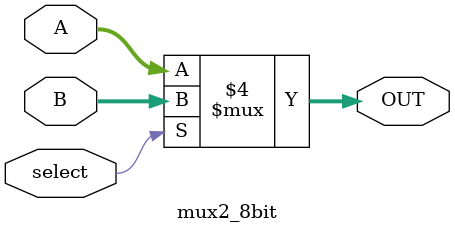
<source format=sv>
module mux2_8bit
(
    input   logic[7:0]     A,
    input   logic[7:0]     B,
    output  logic[7:0]     OUT,
    input   logic          select
);


		always_comb
		begin
			if(select == 1'b1)
				begin
					OUT = B;
				end 
			else
				begin 
					OUT = A;
				end
		end 

endmodule
</source>
